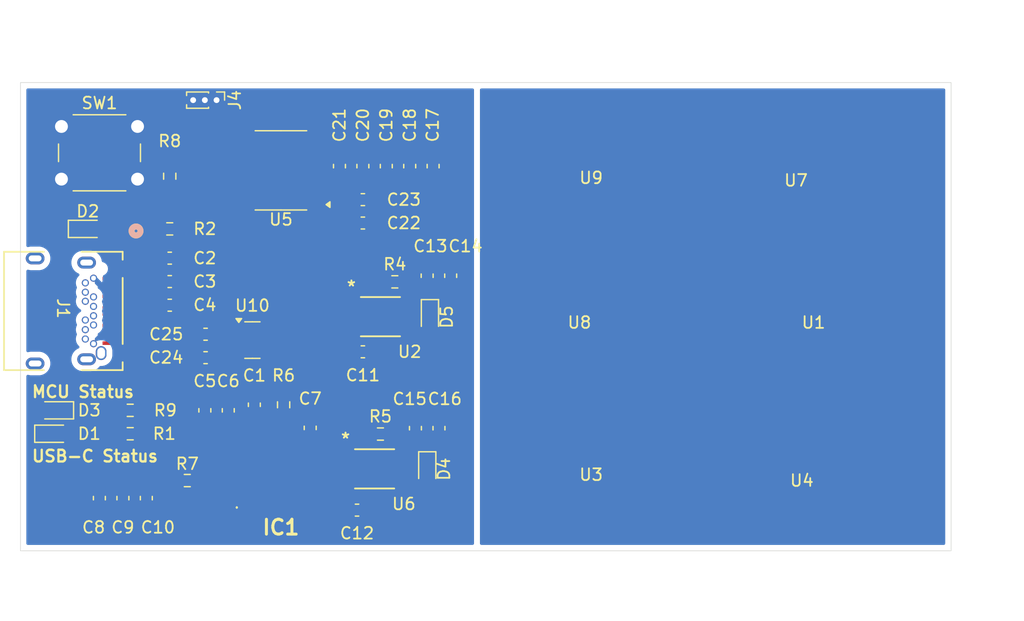
<source format=kicad_pcb>
(kicad_pcb (version 20241229) (generator "pcbnew") (generator_version "9.0")
  (layers (0 "F.Cu" signal) (2 "B.Cu" signal) (13 "F.Paste" user) (15 "B.Paste" user) (5 "F.SilkS" user "F.Silkscreen") (7 "B.SilkS" user "B.Silkscreen") (1 "F.Mask" user) (3 "B.Mask" user) (25 "Edge.Cuts" user))
  (net 0 "")
  (net 2 "+5V")
  (net 5 "/USB_C_IC/PWR_EN")
  (net 8 "GND")
  (net 9 "+18V")
  (net 10 "Net-(IC1-LED)")
  (net 12 "Net-(IC1-VCC)")
  (net 13 "/USB_C_IC/CC1")
  (net 14 "Net-(IC1-IFB)")
  (net 16 "VBUS")
  (net 17 "Net-(IC1-OTP)")
  (net 19 "Net-(IC1-VOUT)")
  (net 20 "/USB_C_IC/CC2")
  (net 32 "/MCU/I2C_SDA")
  (net 33 "/MCU/I2C_SCL")
  (net 34 "/LEDs/LED_2")
  (net 35 "Net-(U1-Pad3)")
  (net 36 "/LEDs/LX_1")
  (net 38 "/LEDs/VSET_1")
  (net 39 "/LEDs/LED_1")
  (net 43 "VLED")
  (net 45 "Net-(U3-Pad3)")
  (net 47 "Net-(L2-Pad1)")
  (net 48 "/MCU/OSC_OUT")
  (net 49 "/MCU/UART_TX")
  (net 53 "/LEDs/Thermal_Pad")
  (net 54 "/USB_C_IC/data_-")
  (net 55 "/USB_C_IC/data_+")
  (net 56 "/MCU/NRST")
  (net 57 "/MCU/SWDIO")
  (net 58 "/MCU/STATUS_LED")
  (net 59 "/MCU/SWCLK")
  (net 60 "/MCU/UART_RX")
  (net 61 "+3V3")
  (net 62 "/MCU/OSC_IN")
  (net 63 "/LEDs/LX_2")
  (net 64 "/LEDs/VSET_2")
  (net 65 "Net-(L1-Pad1)")
  (net 66 "Net-(U7-Pad1)")
  (net 67 "Net-(U8-Pad1)")
  (net 68 "Net-(D1-A)")
  (net 69 "Net-(D2-A)")
  (net 70 "Net-(D3-K)")
  (footprint "Capacitor_SMD:C_0603_1608Metric_Pad1.08x0.95mm_HandSolder" (layer "F.Cu") (at 123 70.5 180)
    (property "Reference" "C23" (at -3.5 0 0) (layer "F.SilkS"))
    (property "Value" "*")
    (fp_line (start -0.146267 0.51) (end 0.146267 0.51) (stroke (width 0.12)) (layer "F.SilkS"))
    (fp_line (start -0.146267 -0.51) (end 0.146267 -0.51) (stroke (width 0.12)) (layer "F.SilkS"))
    (pad "1" smd roundrect (at -0.8625 0 180) (size 1.075 0.95) (layers "F.Cu" "F.Mask" "F.Paste") (net 8 "GND"))
    (pad "2" smd roundrect (at 0.8625 0 180) (size 1.075 0.95) (layers "F.Cu" "F.Mask" "F.Paste") (net 48 "/MCU/OSC_OUT"))
  )
  (footprint "Capacitor_SMD:C_0603_1608Metric_Pad1.08x0.95mm_HandSolder" (layer "F.Cu") (at 130.5 77 90)
    (property "Reference" "C14" (at 2.525021 1.27115 180) (layer "F.SilkS"))
    (property "Value" "1u")
    (fp_line (start -0.146267 -0.51) (end 0.146267 -0.51) (stroke (width 0.12)) (layer "F.SilkS"))
    (fp_line (start -0.146267 0.51) (end 0.146267 0.51) (stroke (width 0.12)) (layer "F.SilkS"))
    (pad "1" smd roundrect (at -0.8625 0 90) (size 1.075 0.95) (layers "F.Cu" "F.Mask" "F.Paste") (net 43 "VLED"))
    (pad "2" smd roundrect (at 0.8625 0 90) (size 1.075 0.95) (layers "F.Cu" "F.Mask" "F.Paste") (net 8 "GND"))
  )
  (footprint "USB-light-pro:CHIP_D0BJ440E_WFS" (layer "F.Cu") (at 138.5 68.64 -90)
    (property "Reference" "U9" (at 0 -4 0) (layer "F.SilkS"))
    (property "Value" "XHP50B-00-0000-0D0BJ440E")
    (pad "1" smd rect (at -2.14 0 270) (size 0.508 4.7752) (layers "F.Cu" "F.Mask" "F.Paste") (net 39 "/LEDs/LED_1"))
    (pad "2" smd rect (at 0 0 270) (size 2.7686 4.7752) (layers "F.Cu" "F.Mask" "F.Paste") (net 53 "/LEDs/Thermal_Pad"))
    (pad "3" smd rect (at 2.14 0 270) (size 0.508 4.7752) (layers "F.Cu" "F.Mask" "F.Paste") (net 67 "Net-(U8-Pad1)"))
  )
  (footprint "Capacitor_SMD:C_0603_1608Metric_Pad1.08x0.95mm_HandSolder" (layer "F.Cu") (at 122.5 97.025021)
    (property "Reference" "C12" (at 0 1.974979 0) (layer "F.SilkS"))
    (property "Value" "100n")
    (fp_line (start -0.146267 -0.51) (end 0.146267 -0.51) (stroke (width 0.12)) (layer "F.SilkS"))
    (fp_line (start -0.146267 0.51) (end 0.146267 0.51) (stroke (width 0.12)) (layer "F.SilkS"))
    (pad "1" smd roundrect (at -0.8625 0) (size 1.075 0.95) (layers "F.Cu" "F.Mask" "F.Paste") (net 64 "/LEDs/VSET_2"))
    (pad "2" smd roundrect (at 0.8625 0) (size 1.075 0.95) (layers "F.Cu" "F.Mask" "F.Paste") (net 8 "GND"))
  )
  (footprint "USB-light-pro:CHIP_D0BJ440E_WFS" (layer "F.Cu") (at 164.5 94.5 90)
    (property "Reference" "U4" (at 0 -4 0) (layer "F.SilkS"))
    (property "Value" "XHP50B-00-0000-0D0BJ440E")
    (pad "1" smd rect (at -2.14 0 90) (size 0.508 4.7752) (layers "F.Cu" "F.Mask" "F.Paste") (net 45 "Net-(U3-Pad3)"))
    (pad "2" smd rect (at 0 0 90) (size 2.7686 4.7752) (layers "F.Cu" "F.Mask" "F.Paste") (net 53 "/LEDs/Thermal_Pad"))
    (pad "3" smd rect (at 2.14 0 90) (size 0.508 4.7752) (layers "F.Cu" "F.Mask" "F.Paste") (net 47 "Net-(L2-Pad1)"))
  )
  (footprint "Resistor_SMD:R_0603_1608Metric_Pad0.98x0.95mm_HandSolder" (layer "F.Cu") (at 106.5 73)
    (property "Reference" "R2" (at 3 0 0) (layer "F.SilkS"))
    (property "Value" "100k")
    (fp_line (start -0.254724 -0.5225) (end 0.254724 -0.5225) (stroke (width 0.12)) (layer "F.SilkS"))
    (fp_line (start -0.254724 0.5225) (end 0.254724 0.5225) (stroke (width 0.12)) (layer "F.SilkS"))
    (pad "1" smd roundrect (at -0.9125 0) (size 0.975 0.95) (layers "F.Cu" "F.Mask" "F.Paste") (net 16 "VBUS"))
    (pad "2" smd roundrect (at 0.9125 0) (size 0.975 0.95) (layers "F.Cu" "F.Mask" "F.Paste") (net 69 "Net-(D2-A)"))
  )
  (footprint "USB-light-pro:CHIP_D0BJ440E_WFS" (layer "F.Cu") (at 157 81 90)
    (property "Reference" "U1" (at 0 4.5 0) (layer "F.SilkS"))
    (property "Value" "XHP50B-00-0000-0D0BJ440E")
    (pad "1" smd rect (at -2.14 0 90) (size 0.508 4.7752) (layers "F.Cu" "F.Mask" "F.Paste") (net 34 "/LEDs/LED_2"))
    (pad "2" smd rect (at 0 0 90) (size 2.7686 4.7752) (layers "F.Cu" "F.Mask" "F.Paste") (net 53 "/LEDs/Thermal_Pad"))
    (pad "3" smd rect (at 2.14 0 90) (size 0.508 4.7752) (layers "F.Cu" "F.Mask" "F.Paste") (net 35 "Net-(U1-Pad3)"))
  )
  (footprint "Resistor_SMD:R_0603_1608Metric_Pad0.98x0.95mm_HandSolder" (layer "F.Cu") (at 103.125 90.5)
    (property "Reference" "R1" (at 2.9125 0 0) (layer "F.SilkS"))
    (property "Value" "1k")
    (fp_line (start -0.254724 -0.5225) (end 0.254724 -0.5225) (stroke (width 0.12)) (layer "F.SilkS"))
    (fp_line (start -0.254724 0.5225) (end 0.254724 0.5225) (stroke (width 0.12)) (layer "F.SilkS"))
    (pad "1" smd roundrect (at -0.9125 0) (size 0.975 0.95) (layers "F.Cu" "F.Mask" "F.Paste") (net 68 "Net-(D1-A)"))
    (pad "2" smd roundrect (at 0.9125 0) (size 0.975 0.95) (layers "F.Cu" "F.Mask" "F.Paste") (net 10 "Net-(IC1-LED)"))
  )
  (footprint "Capacitor_SMD:C_0603_1608Metric_Pad1.08x0.95mm_HandSolder" (layer "F.Cu") (at 127 67.6375 90)
    (property "Reference" "C18" (at 3.5 0 90) (layer "F.SilkS"))
    (property "Value" "1u")
    (fp_line (start -0.146267 -0.51) (end 0.146267 -0.51) (stroke (width 0.12)) (layer "F.SilkS"))
    (fp_line (start -0.146267 0.51) (end 0.146267 0.51) (stroke (width 0.12)) (layer "F.SilkS"))
    (pad "1" smd roundrect (at -0.8625 0 90) (size 1.075 0.95) (layers "F.Cu" "F.Mask" "F.Paste") (net 61 "+3V3"))
    (pad "2" smd roundrect (at 0.8625 0 90) (size 1.075 0.95) (layers "F.Cu" "F.Mask" "F.Paste") (net 8 "GND"))
  )
  (footprint "Resistor_SMD:R_0603_1608Metric_Pad0.98x0.95mm_HandSolder" (layer "F.Cu") (at 103.125 88.5 180)
    (property "Reference" "R9" (at -3 0 0) (layer "F.SilkS"))
    (property "Value" "1k")
    (fp_line (start -0.254724 0.5225) (end 0.254724 0.5225) (stroke (width 0.12)) (layer "F.SilkS"))
    (fp_line (start -0.254724 -0.5225) (end 0.254724 -0.5225) (stroke (width 0.12)) (layer "F.SilkS"))
    (pad "1" smd roundrect (at -0.9125 0 180) (size 0.975 0.95) (layers "F.Cu" "F.Mask" "F.Paste") (net 8 "GND"))
    (pad "2" smd roundrect (at 0.9125 0 180) (size 0.975 0.95) (layers "F.Cu" "F.Mask" "F.Paste") (net 70 "Net-(D3-K)"))
  )
  (footprint "USB-light-pro:MSOP-8EP_DIO" (layer "F.Cu") (at 124 93.5)
    (property "Reference" "U6" (at 2.5 3 0) (layer "F.SilkS"))
    (property "Value" "AL8861MP-13")
    (fp_line (start -1.6764 1.6764) (end 1.6764 1.6764) (stroke (width 0.1524)) (layer "F.SilkS"))
    (fp_line (start 1.6764 -1.6764) (end -1.6764 -1.6764) (stroke (width 0.1524)) (layer "F.SilkS"))
    (fp_text user "*" (at -2.48285 -2.549779 0) (layer "F.SilkS"))
    (fp_text user "*" (at -2.48285 -2.549779 0) (layer "F.SilkS"))
    (pad "1" smd rect (at -2.22885 -0.974979) (size 1.3589 0.4318) (layers "F.Cu" "F.Mask" "F.Paste") (net 34 "/LEDs/LED_2"))
    (pad "2" smd rect (at -2.22885 -0.324993) (size 1.3589 0.4318) (layers "F.Cu" "F.Mask" "F.Paste") (net 8 "GND"))
    (pad "3" smd rect (at -2.22885 0.324993) (size 1.3589 0.4318) (layers "F.Cu" "F.Mask" "F.Paste") (net 8 "GND"))
    (pad "4" smd rect (at -2.22885 0.974979) (size 1.3589 0.4318) (layers "F.Cu" "F.Mask" "F.Paste") (net 64 "/LEDs/VSET_2"))
    (pad "5" smd rect (at 2.22885 0.974979) (size 1.3589 0.4318) (layers "F.Cu" "F.Mask" "F.Paste") (net 63 "/LEDs/LX_2"))
    (pad "6" smd rect (at 2.22885 0.324993) (size 1.3589 0.4318) (layers "F.Cu" "F.Mask" "F.Paste") (net 63 "/LEDs/LX_2"))
    (pad "7" smd rect (at 2.22885 -0.324993) (size 1.3589 0.4318) (layers "F.Cu" "F.Mask" "F.Paste"))
    (pad "8" smd rect (at 2.22885 -0.974979) (size 1.3589 0.4318) (layers "F.Cu" "F.Mask" "F.Paste") (net 43 "VLED"))
    (pad "EPAD" smd rect (at 0 0) (size 1.7018 2.0066) (layers "F.Cu" "F.Mask" "F.Paste"))
  )
  (footprint "Capacitor_SMD:C_0603_1608Metric_Pad1.08x0.95mm_HandSolder" (layer "F.Cu") (at 121 67.6375 90)
    (property "Reference" "C21" (at 3.5 0 90) (layer "F.SilkS"))
    (property "Value" "10n")
    (fp_line (start -0.146267 -0.51) (end 0.146267 -0.51) (stroke (width 0.12)) (layer "F.SilkS"))
    (fp_line (start -0.146267 0.51) (end 0.146267 0.51) (stroke (width 0.12)) (layer "F.SilkS"))
    (pad "1" smd roundrect (at -0.8625 0 90) (size 1.075 0.95) (layers "F.Cu" "F.Mask" "F.Paste") (net 61 "+3V3"))
    (pad "2" smd roundrect (at 0.8625 0 90) (size 1.075 0.95) (layers "F.Cu" "F.Mask" "F.Paste") (net 8 "GND"))
  )
  (footprint "Resistor_SMD:R_0603_1608Metric_Pad0.98x0.95mm_HandSolder" (layer "F.Cu") (at 116.22885 88.025021 90)
    (property "Reference" "R6" (at 2.5 0 180) (layer "F.SilkS"))
    (property "Value" "10k")
    (fp_line (start -0.254724 -0.5225) (end 0.254724 -0.5225) (stroke (width 0.12)) (layer "F.SilkS"))
    (fp_line (start -0.254724 0.5225) (end 0.254724 0.5225) (stroke (width 0.12)) (layer "F.SilkS"))
    (pad "1" smd roundrect (at -0.9125 0 90) (size 0.975 0.95) (layers "F.Cu" "F.Mask" "F.Paste") (net 17 "Net-(IC1-OTP)"))
    (pad "2" smd roundrect (at 0.9125 0 90) (size 0.975 0.95) (layers "F.Cu" "F.Mask" "F.Paste") (net 8 "GND"))
  )
  (footprint "Diode_SMD:D_0603_1608Metric" (layer "F.Cu") (at 128.5 93.525021 -90)
    (property "Reference" "D4" (at 0 -1.43 90) (layer "F.SilkS"))
    (property "Value" "D")
    (fp_line (start -1.485 0.735) (end 0.8 0.735) (stroke (width 0.12)) (layer "F.SilkS"))
    (fp_line (start -1.485 -0.735) (end -1.485 0.735) (stroke (width 0.12)) (layer "F.SilkS"))
    (fp_line (start 0.8 -0.735) (end -1.485 -0.735) (stroke (width 0.12)) (layer "F.SilkS"))
    (pad "1" smd roundrect (at -0.7875 0 270) (size 0.875 0.95) (layers "F.Cu" "F.Mask" "F.Paste") (net 43 "VLED"))
    (pad "2" smd roundrect (at 0.7875 0 270) (size 0.875 0.95) (layers "F.Cu" "F.Mask" "F.Paste") (net 63 "/LEDs/LX_2"))
  )
  (footprint "Capacitor_SMD:C_0603_1608Metric_Pad1.08x0.95mm_HandSolder" (layer "F.Cu") (at 128.49 77 90)
    (property "Reference" "C13" (at 2.525021 0.28115 180) (layer "F.SilkS"))
    (property "Value" "100n")
    (fp_line (start -0.146267 -0.51) (end 0.146267 -0.51) (stroke (width 0.12)) (layer "F.SilkS"))
    (fp_line (start -0.146267 0.51) (end 0.146267 0.51) (stroke (width 0.12)) (layer "F.SilkS"))
    (pad "1" smd roundrect (at -0.8625 0 90) (size 1.075 0.95) (layers "F.Cu" "F.Mask" "F.Paste") (net 43 "VLED"))
    (pad "2" smd roundrect (at 0.8625 0 90) (size 1.075 0.95) (layers "F.Cu" "F.Mask" "F.Paste") (net 8 "GND"))
  )
  (footprint "USB-light-pro:CHIP_D0BJ440E_WFS" (layer "F.Cu") (at 146 81 -90)
    (property "Reference" "U8" (at 0 4.5 0) (layer "F.SilkS"))
    (property "Value" "XHP50B-00-0000-0D0BJ440E")
    (pad "1" smd rect (at -2.14 0 270) (size 0.508 4.7752) (layers "F.Cu" "F.Mask" "F.Paste") (net 67 "Net-(U8-Pad1)"))
    (pad "2" smd rect (at 0 0 270) (size 2.7686 4.7752) (layers "F.Cu" "F.Mask" "F.Paste") (net 53 "/LEDs/Thermal_Pad"))
    (pad "3" smd rect (at 2.14 0 270) (size 0.508 4.7752) (layers "F.Cu" "F.Mask" "F.Paste") (net 66 "Net-(U7-Pad1)"))
  )
  (footprint "Capacitor_SMD:C_0603_1608Metric_Pad1.08x0.95mm_HandSolder" (layer "F.Cu") (at 109.5 88.5 90)
    (property "Reference" "C5" (at 2.5 0 180) (layer "F.SilkS"))
    (property "Value" "1u")
    (fp_line (start -0.146267 -0.51) (end 0.146267 -0.51) (stroke (width 0.12)) (layer "F.SilkS"))
    (fp_line (start -0.146267 0.51) (end 0.146267 0.51) (stroke (width 0.12)) (layer "F.SilkS"))
    (pad "1" smd roundrect (at -0.8625 0 90) (size 1.075 0.95) (layers "F.Cu" "F.Mask" "F.Paste") (net 2 "+5V"))
    (pad "2" smd roundrect (at 0.8625 0 90) (size 1.075 0.95) (layers "F.Cu" "F.Mask" "F.Paste") (net 8 "GND"))
  )
  (footprint "USB-light-pro:MSOP-8EP_DIO" (layer "F.Cu") (at 124.5 80.5)
    (property "Reference" "U2" (at 2.5 3 0) (layer "F.SilkS"))
    (property "Value" "AL8861MP-13")
    (fp_line (start -1.6764 1.6764) (end 1.6764 1.6764) (stroke (width 0.1524)) (layer "F.SilkS"))
    (fp_line (start 1.6764 -1.6764) (end -1.6764 -1.6764) (stroke (width 0.1524)) (layer "F.SilkS"))
    (fp_text user "*" (at -2.48285 -2.549779 0) (layer "F.SilkS"))
    (fp_text user "*" (at -2.48285 -2.549779 0) (layer "F.SilkS"))
    (pad "1" smd rect (at -2.22885 -0.974979) (size 1.3589 0.4318) (layers "F.Cu" "F.Mask" "F.Paste") (net 39 "/LEDs/LED_1"))
    (pad "2" smd rect (at -2.22885 -0.324993) (size 1.3589 0.4318) (layers "F.Cu" "F.Mask" "F.Paste") (net 8 "GND"))
    (pad "3" smd rect (at -2.22885 0.324993) (size 1.3589 0.4318) (layers "F.Cu" "F.Mask" "F.Paste") (net 8 "GND"))
    (pad "4" smd rect (at -2.22885 0.974979) (size 1.3589 0.4318) (layers "F.Cu" "F.Mask" "F.Paste") (net 38 "/LEDs/VSET_1"))
    (pad "5" smd rect (at 2.22885 0.974979) (size 1.3589 0.4318) (layers "F.Cu" "F.Mask" "F.Paste") (net 36 "/LEDs/LX_1"))
    (pad "6" smd rect (at 2.22885 0.324993) (size 1.3589 0.4318) (layers "F.Cu" "F.Mask" "F.Paste") (net 36 "/LEDs/LX_1"))
    (pad "7" smd rect (at 2.22885 -0.324993) (size 1.3589 0.4318) (layers "F.Cu" "F.Mask" "F.Paste"))
    (pad "8" smd rect (at 2.22885 -0.974979) (size 1.3589 0.4318) (layers "F.Cu" "F.Mask" "F.Paste") (net 43 "VLED"))
    (pad "EPAD" smd rect (at 0 0) (size 1.7018 2.0066) (layers "F.Cu" "F.Mask" "F.Paste"))
  )
  (footprint "Package_TO_SOT_SMD:SOT-23" (layer "F.Cu") (at 113.5625 82.5)
    (property "Reference" "U10" (at 0 -2.95 0) (layer "F.SilkS"))
    (property "Value" "AP2127N-3.3")
    (fp_line (start 0 -1.56) (end -0.65 -1.56) (stroke (width 0.12)) (layer "F.SilkS"))
    (fp_line (start 0 -1.56) (end 0.65 -1.56) (stroke (width 0.12)) (layer "F.SilkS"))
    (fp_line (start 0 1.56) (end -0.65 1.56) (stroke (width 0.12)) (layer "F.SilkS"))
    (fp_line (start 0 1.56) (end 0.65 1.56) (stroke (width 0.12)) (layer "F.SilkS"))
    (fp_poly (pts (xy -1.1625 -1.51) (xy -1.4025 -1.84) (xy -0.9225 -1.84) (xy -1.1625 -1.51)) (stroke (width 0.12)) (fill yes) (layer "F.SilkS"))
    (pad "1" smd roundrect (at -0.9375 -0.95) (size 1.475 0.6) (layers "F.Cu" "F.Mask" "F.Paste") (net 8 "GND"))
    (pad "2" smd roundrect (at -0.9375 0.95) (size 1.475 0.6) (layers "F.Cu" "F.Mask" "F.Paste") (net 61 "+3V3"))
    (pad "3" smd roundrect (at 0.9375 0) (size 1.475 0.6) (layers "F.Cu" "F.Mask" "F.Paste") (net 2 "+5V"))
  )
  (footprint "USB-light-pro:CHIP_D0BJ440E_WFS" (layer "F.Cu") (at 138.5 94 90)
    (property "Reference" "U3" (at 0 4 0) (layer "F.SilkS"))
    (property "Value" "XHP50B-00-0000-0D0BJ440E")
    (pad "1" smd rect (at -2.14 0 90) (size 0.508 4.7752) (layers "F.Cu" "F.Mask" "F.Paste") (net 35 "Net-(U1-Pad3)"))
    (pad "2" smd rect (at 0 0 90) (size 2.7686 4.7752) (layers "F.Cu" "F.Mask" "F.Paste") (net 53 "/LEDs/Thermal_Pad"))
    (pad "3" smd rect (at 2.14 0 90) (size 0.508 4.7752) (layers "F.Cu" "F.Mask" "F.Paste") (net 45 "Net-(U3-Pad3)"))
  )
  (footprint "Capacitor_SMD:C_0603_1608Metric_Pad1.08x0.95mm_HandSolder" (layer "F.Cu") (at 106.5 79.52)
    (property "Reference" "C4" (at 3 -0.02 0) (layer "F.SilkS"))
    (property "Value" "100n")
    (fp_line (start -0.146267 -0.51) (end 0.146267 -0.51) (stroke (width 0.12)) (layer "F.SilkS"))
    (fp_line (start -0.146267 0.51) (end 0.146267 0.51) (stroke (width 0.12)) (layer "F.SilkS"))
    (pad "1" smd roundrect (at -0.8625 0) (size 1.075 0.95) (layers "F.Cu" "F.Mask" "F.Paste") (net 16 "VBUS"))
    (pad "2" smd roundrect (at 0.8625 0) (size 1.075 0.95) (layers "F.Cu" "F.Mask" "F.Paste") (net 8 "GND"))
  )
  (footprint "LED_SMD:LED_0603_1608Metric_Pad1.05x0.95mm_HandSolder" (layer "F.Cu") (at 96.625 90.5)
    (property "Reference" "D1" (at 3 0 0) (layer "F.SilkS"))
    (property "Value" "LED")
    (fp_line (start -1.66 -0.735) (end -1.66 0.735) (stroke (width 0.12)) (layer "F.SilkS"))
    (fp_line (start -1.66 0.735) (end 0.8 0.735) (stroke (width 0.12)) (layer "F.SilkS"))
    (fp_line (start 0.8 -0.735) (end -1.66 -0.735) (stroke (width 0.12)) (layer "F.SilkS"))
    (pad "1" smd roundrect (at -0.875 0) (size 1.05 0.95) (layers "F.Cu" "F.Mask" "F.Paste") (net 8 "GND"))
    (pad "2" smd roundrect (at 0.875 0) (size 1.05 0.95) (layers "F.Cu" "F.Mask" "F.Paste") (net 68 "Net-(D1-A)"))
  )
  (footprint "Capacitor_SMD:C_0603_1608Metric_Pad1.08x0.95mm_HandSolder" (layer "F.Cu") (at 102.5 96 -90)
    (property "Reference" "C9" (at 2.5 0 180) (layer "F.SilkS"))
    (property "Value" "1u")
    (fp_line (start -0.146267 0.51) (end 0.146267 0.51) (stroke (width 0.12)) (layer "F.SilkS"))
    (fp_line (start -0.146267 -0.51) (end 0.146267 -0.51) (stroke (width 0.12)) (layer "F.SilkS"))
    (pad "1" smd roundrect (at -0.8625 0 270) (size 1.075 0.95) (layers "F.Cu" "F.Mask" "F.Paste") (net 43 "VLED"))
    (pad "2" smd roundrect (at 0.8625 0 270) (size 1.075 0.95) (layers "F.Cu" "F.Mask" "F.Paste") (net 8 "GND"))
  )
  (footprint "Button_Switch_THT:SW_PUSH_6mm" (layer "F.Cu") (at 97.25 64.25)
    (property "Reference" "SW1" (at 3.25 -2 0) (layer "F.SilkS"))
    (property "Value" "SW_Push")
    (fp_line (start -0.25 1.5) (end -0.25 3) (stroke (width 0.12)) (layer "F.SilkS"))
    (fp_line (start 1 5.5) (end 5.5 5.5) (stroke (width 0.12)) (layer "F.SilkS"))
    (fp_line (start 5.5 -1) (end 1 -1) (stroke (width 0.12)) (layer "F.SilkS"))
    (fp_line (start 6.75 3) (end 6.75 1.5) (stroke (width 0.12)) (layer "F.SilkS"))
    (pad "1" thru_hole circle (at 0 0 90) (size 2 2) (drill 1.1) (layers "*.Cu" "*.Mask") (net 8 "GND"))
    (pad "1" thru_hole circle (at 6.5 0 90) (size 2 2) (drill 1.1) (layers "*.Cu" "*.Mask") (net 8 "GND"))
    (pad "2" thru_hole circle (at 0 4.5 90) (size 2 2) (drill 1.1) (layers "*.Cu" "*.Mask") (net 56 "/MCU/NRST"))
    (pad "2" thru_hole circle (at 6.5 4.5 90) (size 2 2) (drill 1.1) (layers "*.Cu" "*.Mask") (net 56 "/MCU/NRST"))
  )
  (footprint "Resistor_SMD:R_0603_1608Metric_Pad0.98x0.95mm_HandSolder" (layer "F.Cu") (at 106.5 68.5 -90)
    (property "Reference" "R8" (at -3 0 180) (layer "F.SilkS"))
    (property "Value" "10k")
    (fp_line (start -0.254724 0.5225) (end 0.254724 0.5225) (stroke (width 0.12)) (layer "F.SilkS"))
    (fp_line (start -0.254724 -0.5225) (end 0.254724 -0.5225) (stroke (width 0.12)) (layer "F.SilkS"))
    (pad "1" smd roundrect (at -0.9125 0 270) (size 0.975 0.95) (layers "F.Cu" "F.Mask" "F.Paste") (net 61 "+3V3"))
    (pad "2" smd roundrect (at 0.9125 0 270) (size 0.975 0.95) (layers "F.Cu" "F.Mask" "F.Paste") (net 56 "/MCU/NRST"))
  )
  (footprint "USB-light-pro:CHIP_D0BJ440E_WFS" (layer "F.Cu") (at 164 68.86 -90)
    (property "Reference" "U7" (at 0 4 0) (layer "F.SilkS"))
    (property "Value" "XHP50B-00-0000-0D0BJ440E")
    (pad "1" smd rect (at -2.14 0 270) (size 0.508 4.7752) (layers "F.Cu" "F.Mask" "F.Paste") (net 66 "Net-(U7-Pad1)"))
    (pad "2" smd rect (at 0 0 270) (size 2.7686 4.7752) (layers "F.Cu" "F.Mask" "F.Paste") (net 53 "/LEDs/Thermal_Pad"))
    (pad "3" smd rect (at 2.14 0 270) (size 0.508 4.7752) (layers "F.Cu" "F.Mask" "F.Paste") (net 65 "Net-(L1-Pad1)"))
  )
  (footprint "Capacitor_SMD:C_0603_1608Metric_Pad1.08x0.95mm_HandSolder" (layer "F.Cu") (at 125 67.6375 90)
    (property "Reference" "C19" (at 3.5 0 90) (layer "F.SilkS"))
    (property "Value" "100n")
    (fp_line (start -0.146267 -0.51) (end 0.146267 -0.51) (stroke (width 0.12)) (layer "F.SilkS"))
    (fp_line (start -0.146267 0.51) (end 0.146267 0.51) (stroke (width 0.12)) (layer "F.SilkS"))
    (pad "1" smd roundrect (at -0.8625 0 90) (size 1.075 0.95) (layers "F.Cu" "F.Mask" "F.Paste") (net 61 "+3V3"))
    (pad "2" smd roundrect (at 0.8625 0 90) (size 1.075 0.95) (layers "F.Cu" "F.Mask" "F.Paste") (net 8 "GND"))
  )
  (footprint "Capacitor_SMD:C_0603_1608Metric_Pad1.08x0.95mm_HandSolder" (layer "F.Cu") (at 109.5625 82 180)
    (property "Reference" "C25" (at 3.3625 0 0) (layer "F.SilkS"))
    (property "Value" "100n")
    (fp_line (start -0.146267 0.51) (end 0.146267 0.51) (stroke (width 0.12)) (layer "F.SilkS"))
    (fp_line (start -0.146267 -0.51) (end 0.146267 -0.51) (stroke (width 0.12)) (layer "F.SilkS"))
    (pad "1" smd roundrect (at -0.8625 0 180) (size 1.075 0.95) (layers "F.Cu" "F.Mask" "F.Paste") (net 61 "+3V3"))
    (pad "2" smd roundrect (at 0.8625 0 180) (size 1.075 0.95) (layers "F.Cu" "F.Mask" "F.Paste") (net 8 "GND"))
  )
  (footprint "Package_SO:TSSOP-20_4.4x6.5mm_P0.65mm" (layer "F.Cu") (at 116 68 180)
    (property "Reference" "U5" (at 0 -4.2 0) (layer "F.SilkS"))
    (property "Value" "STM32C011F6Px")
    (fp_line (start 0 3.385) (end 2.2 3.385) (stroke (width 0.12)) (layer "F.SilkS"))
    (fp_line (start 0 3.385) (end -2.2 3.385) (stroke (width 0.12)) (layer "F.SilkS"))
    (fp_line (start 0 -3.385) (end 2.2 -3.385) (stroke (width 0.12)) (layer "F.SilkS"))
    (fp_line (start 0 -3.385) (end -2.2 -3.385) (stroke (width 0.12)) (layer "F.SilkS"))
    (fp_poly (pts (xy -3.86 -2.925) (xy -4.19 -3.165) (xy -4.19 -2.685) (xy -3.86 -2.925)) (stroke (width 0.12)) (fill yes) (layer "F.SilkS"))
    (pad "1" smd roundrect (at -2.8625 -2.925 180) (size 1.475 0.4) (layers "F.Cu" "F.Mask" "F.Paste") (net 32 "/MCU/I2C_SDA"))
    (pad "2" smd roundrect (at -2.8625 -2.275 180) (size 1.475 0.4) (layers "F.Cu" "F.Mask" "F.Paste") (net 62 "/MCU/OSC_IN"))
    (pad "3" smd roundrect (at -2.8625 -1.625 180) (size 1.475 0.4) (layers "F.Cu" "F.Mask" "F.Paste") (net 48 "/MCU/OSC_OUT"))
    (pad "4" smd roundrect (at -2.8625 -0.975 180) (size 1.475 0.4) (layers "F.Cu" "F.Mask" "F.Paste") (net 61 "+3V3"))
    (pad "5" smd roundrect (at -2.8625 -0.325 180) (size 1.475 0.4) (layers "F.Cu" "F.Mask" "F.Paste") (net 8 "GND"))
    (pad "6" smd roundrect (at -2.8625 0.325 180) (size 1.475 0.4) (layers "F.Cu" "F.Mask" "F.Paste") (net 56 "/MCU/NRST"))
    (pad "7" smd roundrect (at -2.8625 0.975 180) (size 1.475 0.4) (layers "F.Cu" "F.Mask" "F.Paste") (net 49 "/MCU/UART_TX"))
    (pad "8" smd roundrect (at -2.8625 1.625 180) (size 1.475 0.4) (layers "F.Cu" "F.Mask" "F.Paste") (net 60 "/MCU/UART_RX"))
    (pad "9" smd roundrect (at -2.8625 2.275 180) (size 1.475 0.4) (layers "F.Cu" "F.Mask" "F.Paste"))
    (pad "10" smd roundrect (at -2.8625 2.925 180) (size 1.475 0.4) (layers "F.Cu" "F.Mask" "F.Paste"))
    (pad "11" smd roundrect (at 2.8625 2.925 180) (size 1.475 0.4) (layers "F.Cu" "F.Mask" "F.Paste") (net 58 "/MCU/STATUS_LED"))
    (pad "12" smd roundrect (at 2.8625 2.275 180) (size 1.475 0.4) (layers "F.Cu" "F.Mask" "F.Paste"))
    (pad "13" smd roundrect (at 2.8625 1.625 180) (size 1.475 0.4) (layers "F.Cu" "F.Mask" "F.Paste"))
    (pad "14" smd roundrect (at 2.8625 0.975 180) (size 1.475 0.4) (layers "F.Cu" "F.Mask" "F.Paste"))
    (pad "15" smd roundrect (at 2.8625 0.325 180) (size 1.475 0.4) (layers "F.Cu" "F.Mask" "F.Paste"))
    (pad "16" smd roundrect (at 2.8625 -0.325 180) (size 1.475 0.4) (layers "F.Cu" "F.Mask" "F.Paste"))
    (pad "17" smd roundrect (at 2.8625 -0.975 180) (size 1.475 0.4) (layers "F.Cu" "F.Mask" "F.Paste"))
    (pad "18" smd roundrect (at 2.8625 -1.625 180) (size 1.475 0.4) (layers "F.Cu" "F.Mask" "F.Paste") (net 57 "/MCU/SWDIO"))
    (pad "19" smd roundrect (at 2.8625 -2.275 180) (size 1.475 0.4) (layers "F.Cu" "F.Mask" "F.Paste") (net 59 "/MCU/SWCLK"))
    (pad "20" smd roundrect (at 2.8625 -2.925 180) (size 1.475 0.4) (layers "F.Cu" "F.Mask" "F.Paste") (net 33 "/MCU/I2C_SCL"))
  )
  (footprint "Capacitor_SMD:C_0603_1608Metric_Pad1.08x0.95mm_HandSolder" (layer "F.Cu") (at 118.5 90 90)
    (property "Reference" "C7" (at 2.5 0 180) (layer "F.SilkS"))
    (property "Value" "100n")
    (fp_line (start -0.146267 -0.51) (end 0.146267 -0.51) (stroke (width 0.12)) (layer "F.SilkS"))
    (fp_line (start -0.146267 0.51) (end 0.146267 0.51) (stroke (width 0.12)) (layer "F.SilkS"))
    (pad "1" smd roundrect (at -0.8625 0 90) (size 1.075 0.95) (layers "F.Cu" "F.Mask" "F.Paste") (net 9 "+18V"))
    (pad "2" smd roundrect (at 0.8625 0 90) (size 1.075 0.95) (layers "F.Cu" "F.Mask" "F.Paste") (net 8 "GND"))
  )
  (footprint "Capacitor_SMD:C_0603_1608Metric_Pad1.08x0.95mm_HandSolder" (layer "F.Cu") (at 123 83.5)
    (property "Reference" "C11" (at 0 2 180) (layer "F.SilkS"))
    (property "Value" "100n")
    (fp_line (start -0.146267 -0.51) (end 0.146267 -0.51) (stroke (width 0.12)) (layer "F.SilkS"))
    (fp_line (start -0.146267 0.51) (end 0.146267 0.51) (stroke (width 0.12)) (layer "F.SilkS"))
    (pad "1" smd roundrect (at -0.8625 0) (size 1.075 0.95) (layers "F.Cu" "F.Mask" "F.Paste") (net 38 "/LEDs/VSET_1"))
    (pad "2" smd roundrect (at 0.8625 0) (size 1.075 0.95) (layers "F.Cu" "F.Mask" "F.Paste") (net 8 "GND"))
  )
  (footprint "Capacitor_SMD:C_0603_1608Metric_Pad1.08x0.95mm_HandSolder" (layer "F.Cu") (at 129 67.6375 90)
    (property "Reference" "C17" (at 3.5 -0.04 90) (layer "F.SilkS"))
    (property "Value" "1u")
    (fp_line (start -0.146267 -0.51) (end 0.146267 -0.51) (stroke (width 0.12)) (layer "F.SilkS"))
    (fp_line (start -0.146267 0.51) (end 0.146267 0.51) (stroke (width 0.12)) (layer "F.SilkS"))
    (pad "1" smd roundrect (at -0.8625 0 90) (size 1.075 0.95) (layers "F.Cu" "F.Mask" "F.Paste") (net 61 "+3V3"))
    (pad "2" smd roundrect (at 0.8625 0 90) (size 1.075 0.95) (layers "F.Cu" "F.Mask" "F.Paste") (net 8 "GND"))
  )
  (footprint "LED_SMD:LED_0603_1608Metric_Pad1.05x0.95mm_HandSolder" (layer "F.Cu") (at 96.625 88.5 180)
    (property "Reference" "D3" (at -3 0 0) (layer "F.SilkS"))
    (property "Value" "LED")
    (fp_line (start 0.8 -0.735) (end -1.66 -0.735) (stroke (width 0.12)) (layer "F.SilkS"))
    (fp_line (start -1.66 0.735) (end 0.8 0.735) (stroke (width 0.12)) (layer "F.SilkS"))
    (fp_line (start -1.66 -0.735) (end -1.66 0.735) (stroke (width 0.12)) (layer "F.SilkS"))
    (pad "1" smd roundrect (at -0.875 0 180) (size 1.05 0.95) (layers "F.Cu" "F.Mask" "F.Paste") (net 70 "Net-(D3-K)"))
    (pad "2" smd roundrect (at 0.875 0 180) (size 1.05 0.95) (layers "F.Cu" "F.Mask" "F.Paste") (net 58 "/MCU/STATUS_LED"))
  )
  (footprint "Resistor_SMD:R_0603_1608Metric_Pad0.98x0.95mm_HandSolder" (layer "F.Cu") (at 124.5 90.525021 180)
    (property "Reference" "R5" (at 0 1.5 0) (layer "F.SilkS"))
    (property "Value" "RS")
    (fp_line (start -0.254724 0.5225) (end 0.254724 0.5225) (stroke (width 0.12)) (layer "F.SilkS"))
    (fp_line (start -0.254724 -0.5225) (end 0.254724 -0.5225) (stroke (width 0.12)) (layer "F.SilkS"))
    (pad "1" smd roundrect (at -0.9125 0 180) (size 0.975 0.95) (layers "F.Cu" "F.Mask" "F.Paste") (net 43 "VLED"))
    (pad "2" smd roundrect (at 0.9125 0 180) (size 0.975 0.95) (layers "F.Cu" "F.Mask" "F.Paste") (net 34 "/LEDs/LED_2"))
  )
  (footprint "Capacitor_SMD:C_0603_1608Metric_Pad1.08x0.95mm_HandSolder" (layer "F.Cu") (at 100.49 96 -90)
    (property "Reference" "C8" (at 2.5 0.49 180) (layer "F.SilkS"))
    (property "Value" "10u")
    (fp_line (start -0.146267 0.51) (end 0.146267 0.51) (stroke (width 0.12)) (layer "F.SilkS"))
    (fp_line (start -0.146267 -0.51) (end 0.146267 -0.51) (stroke (width 0.12)) (layer "F.SilkS"))
    (pad "1" smd roundrect (at -0.8625 0 270) (size 1.075 0.95) (layers "F.Cu" "F.Mask" "F.Paste") (net 43 "VLED"))
    (pad "2" smd roundrect (at 0.8625 0 270) (size 1.075 0.95) (layers "F.Cu" "F.Mask" "F.Paste") (net 8 "GND"))
  )
  (footprint "Connector_PinHeader_1.00mm:PinHeader_1x03_P1.00mm_Vertical" (layer "F.Cu") (at 110.5 62 -90)
    (property "Reference" "J4" (at 0 -1.56 90) (layer "F.SilkS"))
    (property "Value" "Screw_Terminal_01x03")
    (fp_line (start -0.695 2.56) (end -0.394493 2.56) (stroke (width 0.12)) (layer "F.SilkS"))
    (fp_line (start 0.394493 2.56) (end 0.695 2.56) (stroke (width 0.12)) (layer "F.SilkS"))
    (fp_line (start -0.695 0.685) (end -0.695 2.56) (stroke (width 0.12)) (layer "F.SilkS"))
    (fp_line (start -0.695 0.685) (end -0.608276 0.685) (stroke (width 0.12)) (layer "F.SilkS"))
    (fp_line (start 0.608276 0.685) (end 0.695 0.685) (stroke (width 0.12)) (layer "F.SilkS"))
    (fp_line (start 0.695 0.685) (end 0.695 2.56) (stroke (width 0.12)) (layer "F.SilkS"))
    (fp_line (start -0.695 0) (end -0.695 -0.685) (stroke (width 0.12)) (layer "F.SilkS"))
    (fp_line (start -0.695 -0.685) (end 0 -0.685) (stroke (width 0.12)) (layer "F.SilkS"))
    (pad "1" thru_hole rect (at 0 0 270) (size 0.85 0.85) (drill 0.5) (layers "*.Cu" "*.Mask") (net 8 "GND"))
    (pad "2" thru_hole oval (at 0 1 270) (size 0.85 0.85) (drill 0.5) (layers "*.Cu" "*.Mask") (net 49 "/MCU/UART_TX"))
    (pad "3" thru_hole oval (at 0 2 270) (size 0.85 0.85) (drill 0.5) (layers "*.Cu" "*.Mask") (net 60 "/MCU/UART_RX"))
  )
  (footprint "Capacitor_SMD:C_0603_1608Metric_Pad1.08x0.95mm_HandSolder" (layer "F.Cu") (at 113.72885 88.025021 90)
    (property "Reference" "C1" (at 2.5 0 180) (layer "F.SilkS"))
    (property "Value" "100n")
    (fp_line (start -0.146267 -0.51) (end 0.146267 -0.51) (stroke (width 0.12)) (layer "F.SilkS"))
    (fp_line (start -0.146267 0.51) (end 0.146267 0.51) (stroke (width 0.12)) (layer "F.SilkS"))
    (pad "1" smd roundrect (at -0.8625 0 90) (size 1.075 0.95) (layers "F.Cu" "F.Mask" "F.Paste") (net 14 "Net-(IC1-IFB)"))
    (pad "2" smd roundrect (at 0.8625 0 90) (size 1.075 0.95) (layers "F.Cu" "F.Mask" "F.Paste") (net 8 "GND"))
  )
  (footprint "Capacitor_SMD:C_0603_1608Metric_Pad1.08x0.95mm_HandSolder" (layer "F.Cu") (at 111.5 88.5 90)
    (property "Reference" "C6" (at 2.5 0 180) (layer "F.SilkS"))
    (property "Value" "100n")
    (fp_line (start -0.146267 -0.51) (end 0.146267 -0.51) (stroke (width 0.12)) (layer "F.SilkS"))
    (fp_line (start -0.146267 0.51) (end 0.146267 0.51) (stroke (width 0.12)) (layer "F.SilkS"))
    (pad "1" smd roundrect (at -0.8625 0 90) (size 1.075 0.95) (layers "F.Cu" "F.Mask" "F.Paste") (net 2 "+5V"))
    (pad "2" smd roundrect (at 0.8625 0 90) (size 1.075 0.95) (layers "F.Cu" "F.Mask" "F.Paste") (net 8 "GND"))
  )
  (footprint "LED_SMD:LED_0603_1608Metric_Pad1.05x0.95mm_HandSolder" (layer "F.Cu") (at 99.5 73)
    (property "Reference" "D2" (at 0 -1.5 0) (layer "F.SilkS"))
    (property "Value" "LED")
    (fp_line (start -1.66 -0.735) (end -1.66 0.735) (stroke (width 0.12)) (layer "F.SilkS"))
    (fp_line (start -1.66 0.735) (end 0.8 0.735) (stroke (width 0.12)) (layer "F.SilkS"))
    (fp_line (start 0.8 -0.735) (end -1.66 -0.735) (stroke (width 0.12)) (layer "F.SilkS"))
    (pad "1" smd roundrect (at -0.875 0) (size 1.05 0.95) (layers "F.Cu" "F.Mask" "F.Paste") (net 8 "GND"))
    (pad "2" smd roundrect (at 0.875 0) (size 1.05 0.95) (layers "F.Cu" "F.Mask" "F.Paste") (net 69 "Net-(D2-A)"))
  )
  (footprint "Capacitor_SMD:C_0603_1608Metric_Pad1.08x0.95mm_HandSolder" (layer "F.Cu") (at 123 72.5 180)
    (property "Reference" "C22" (at -3.5 0 0) (layer "F.SilkS"))
    (property "Value" "*")
    (fp_line (start -0.146267 0.51) (end 0.146267 0.51) (stroke (width 0.12)) (layer "F.SilkS"))
    (fp_line (start -0.146267 -0.51) (end 0.146267 -0.51) (stroke (width 0.12)) (layer "F.SilkS"))
    (pad "1" smd roundrect (at -0.8625 0 180) (size 1.075 0.95) (layers "F.Cu" "F.Mask" "F.Paste") (net 8 "GND"))
    (pad "2" smd roundrect (at 0.8625 0 180) (size 1.075 0.95) (layers "F.Cu" "F.Mask" "F.Paste") (net 62 "/MCU/OSC_IN"))
  )
  (footprint "Diode_SMD:D_0603_1608Metric" (layer "F.Cu") (at 128.72885 80.525021 -90)
    (property "Reference" "D5" (at 0 -1.43 90) (layer "F.SilkS"))
    (property "Value" "D")
    (fp_line (start -1.485 0.735) (end 0.8 0.735) (stroke (width 0.12)) (layer "F.SilkS"))
    (fp_line (start -1.485 -0.735) (end -1.485 0.735) (stroke (width 0.12)) (layer "F.SilkS"))
    (fp_line (start 0.8 -0.735) (end -1.485 -0.735) (stroke (width 0.12)) (layer "F.SilkS"))
    (pad "1" smd roundrect (at -0.7875 0 270) (size 0.875 0.95) (layers "F.Cu" "F.Mask" "F.Paste") (net 43 "VLED"))
    (pad "2" smd roundrect (at 0.7875 0 270) (size 0.875 0.95) (layers "F.Cu" "F.Mask" "F.Paste") (net 36 "/LEDs/LX_1"))
  )
  (footprint "Capacitor_SMD:C_0603_1608Metric_Pad1.08x0.95mm_HandSolder" (layer "F.Cu") (at 127.49 90.025021 90)
    (property "Reference" "C15" (at 2.5 -0.49 0) (layer "F.SilkS"))
    (property "Value" "100n")
    (fp_line (start -0.146267 -0.51) (end 0.146267 -0.51) (stroke (width 0.12)) (layer "F.SilkS"))
    (fp_line (start -0.146267 0.51) (end 0.146267 0.51) (stroke (width 0.12)) (layer "F.SilkS"))
    (pad "1" smd roundrect (at -0.8625 0 90) (size 1.075 0.95) (layers "F.Cu" "F.Mask" "F.Paste") (net 43 "VLED"))
    (pad "2" smd roundrect (at 0.8625 0 90) (size 1.075 0.95) (layers "F.Cu" "F.Mask" "F.Paste") (net 8 "GND"))
  )
  (footprint "Resistor_SMD:R_0603_1608Metric_Pad0.98x0.95mm_HandSolder" (layer "F.Cu") (at 108 94.5)
    (property "Reference" "R7" (at 0 -1.43 0) (layer "F.SilkS"))
    (property "Value" "100")
    (fp_line (start -0.254724 -0.5225) (end 0.254724 -0.5225) (stroke (width 0.12)) (layer "F.SilkS"))
    (fp_line (start -0.254724 0.5225) (end 0.254724 0.5225) (stroke (width 0.12)) (layer "F.SilkS"))
    (pad "1" smd roundrect (at -0.9125 0) (size 0.975 0.95) (layers "F.Cu" "F.Mask" "F.Paste") (net 43 "VLED"))
    (pad "2" smd roundrect (at 0.9125 0) (size 0.975 0.95) (layers "F.Cu" "F.Mask" "F.Paste") (net 19 "Net-(IC1-VOUT)"))
  )
  (footprint "USB-light-pro:AP33772SDKZ13FA01" (layer "F.Cu") (at 113.47885 93.950021 90)
    (property "Reference" "IC1" (at -4.549979 2.52115 180) (layer "F.SilkS") (effects (font (size 1.27 1.27) (thickness 0.254))))
    (property "Value" "AP33772SDKZ-13-FA01" (hide yes))
    (fp_line (start -2.8 -1.25) (end -2.8 -1.25) (stroke (width 0.1)) (layer "F.SilkS"))
    (fp_line (start -2.9 -1.25) (end -2.9 -1.25) (stroke (width 0.1)) (layer "F.SilkS"))
    (fp_arc (start -2.8 -1.25) (mid -2.85 -1.2) (end -2.9 -1.25) (stroke (width 0.1)) (layer "F.SilkS"))
    (fp_arc (start -2.9 -1.25) (mid -2.85 -1.3) (end -2.8 -1.25) (stroke (width 0.1)) (layer "F.SilkS"))
    (pad "1" smd rect (at -1.925 -1.25 180) (size 0.3 0.75) (layers "F.Cu" "F.Mask" "F.Paste") (net 16 "VBUS"))
    (pad "2" smd rect (at -1.925 -0.75 180) (size 0.3 0.75) (layers "F.Cu" "F.Mask" "F.Paste"))
    (pad "3" smd rect (at -1.925 -0.25 180) (size 0.3 0.75) (layers "F.Cu" "F.Mask" "F.Paste") (net 8 "GND"))
    (pad "4" smd rect (at -1.925 0.25 180) (size 0.3 0.75) (layers "F.Cu" "F.Mask" "F.Paste") (net 32 "/MCU/I2C_SDA"))
    (pad "5" smd rect (at -1.925 0.75 180) (size 0.3 0.75) (layers "F.Cu" "F.Mask" "F.Paste") (net 33 "/MCU/I2C_SCL"))
    (pad "6" smd rect (at -1.925 1.25 180) (size 0.3 0.75) (layers "F.Cu" "F.Mask" "F.Paste"))
    (pad "7" smd rect (at -1.25 1.925 90) (size 0.3 0.75) (layers "F.Cu" "F.Mask" "F.Paste"))
    (pad "8" smd rect (at -0.75 1.925 90) (size 0.3 0.75) (layers "F.Cu" "F.Mask" "F.Paste") (net 10 "Net-(IC1-LED)"))
    (pad "9" smd rect (at -0.25 1.925 90) (size 0.3 0.75) (layers "F.Cu" "F.Mask" "F.Paste"))
    (pad "10" smd rect (at 0.25 1.925 90) (size 0.3 0.75) (layers "F.Cu" "F.Mask" "F.Paste"))
    (pad "11" smd rect (at 0.75 1.925 90) (size 0.3 0.75) (layers "F.Cu" "F.Mask" "F.Paste"))
    (pad "12" smd rect (at 1.25 1.925 90) (size 0.3 0.75) (layers "F.Cu" "F.Mask" "F.Paste") (net 9 "+18V"))
    (pad "13" smd rect (at 1.925 1.25 180) (size 0.3 0.75) (layers "F.Cu" "F.Mask" "F.Paste") (net 17 "Net-(IC1-OTP)"))
    (pad "14" smd rect (at 1.925 0.75 180) (size 0.3 0.75) (layers "F.Cu" "F.Mask" "F.Paste"))
    (pad "15" smd rect (at 1.925 0.25 180) (size 0.3 0.75) (layers "F.Cu" "F.Mask" "F.Paste") (net 14 "Net-(IC1-IFB)"))
    (pad "16" smd rect (at 1.925 -0.25 180) (size 0.3 0.75) (layers "F.Cu" "F.Mask" "F.Paste") (net 20 "/USB_C_IC/CC2"))
    (pad "17" smd rect (at 1.925 -0.75 180) (size 0.3 0.75) (layers "F.Cu" "F.Mask" "F.Paste") (net 13 "/USB_C_IC/CC1"))
    (pad "18" smd rect (at 1.925 -1.25 180) (size 0.3 0.75) (layers "F.Cu" "F.Mask" "F.Paste") (net 54 "/USB_C_IC/data_-"))
    (pad "19" smd rect (at 1.25 -1.925 90) (size 0.3 0.75) (layers "F.Cu" "F.Mask" "F.Paste") (net 55 "/USB_C_IC/data_+"))
    (pad "20" smd rect (at 0.75 -1.925 90) (size 0.3 0.75) (layers "F.Cu" "F.Mask" "F.Paste") (net 2 "+5V"))
    (pad "21" smd rect (at 0.25 -1.925 90) (size 0.3 0.75) (layers "F.Cu" "F.Mask" "F.Paste"))
    (pad "22" smd rect (at -0.25 -1.925 90) (size 0.3 0.75) (layers "F.Cu" "F.Mask" "F.Paste") (net 19 "Net-(IC1-VOUT)"))
    (pad "23" smd rect (at -0.75 -1.925 90) (size 0.3 0.75) (layers "F.Cu" "F.Mask" "F.Paste") (net 5 "/USB_C_IC/PWR_EN"))
    (pad "24" smd rect (at -1.25 -1.925 90) (size 0.3 0.75) (layers "F.Cu" "F.Mask" "F.Paste") (net 12 "Net-(IC1-VCC)"))
    (pad "25" smd rect (at 0 0 180) (size 2.7 2.7) (layers "F.Cu" "F.Mask" "F.Paste") (net 8 "GND"))
  )
  (footprint "Capacitor_SMD:C_0603_1608Metric_Pad1.08x0.95mm_HandSolder" (layer "F.Cu") (at 129.5 90.025021 90)
    (property "Reference" "C16" (at 2.5 0.5 180) (layer "F.SilkS"))
    (property "Value" "1u")
    (fp_line (start -0.146267 -0.51) (end 0.146267 -0.51) (stroke (width 0.12)) (layer "F.SilkS"))
    (fp_line (start -0.146267 0.51) (end 0.146267 0.51) (stroke (width 0.12)) (layer "F.SilkS"))
    (pad "1" smd roundrect (at -0.8625 0 90) (size 1.075 0.95) (layers "F.Cu" "F.Mask" "F.Paste") (net 43 "VLED"))
    (pad "2" smd roundrect (at 0.8625 0 90) (size 1.075 0.95) (layers "F.Cu" "F.Mask" "F.Paste") (net 8 "GND"))
  )
  (footprint "Capacitor_SMD:C_0603_1608Metric_Pad1.08x0.95mm_HandSolder" (layer "F.Cu") (at 123 67.6375 90)
    (property "Reference" "C20" (at 3.5 0 90) (layer "F.SilkS"))
    (property "Value" "100n")
    (fp_line (start -0.146267 -0.51) (end 0.146267 -0.51) (stroke (width 0.12)) (layer "F.SilkS"))
    (fp_line (start -0.146267 0.51) (end 0.146267 0.51) (stroke (width 0.12)) (layer "F.SilkS"))
    (pad "1" smd roundrect (at -0.8625 0 90) (size 1.075 0.95) (layers "F.Cu" "F.Mask" "F.Paste") (net 61 "+3V3"))
    (pad "2" smd roundrect (at 0.8625 0 90) (size 1.075 0.95) (layers "F.Cu" "F.Mask" "F.Paste") (net 8 "GND"))
  )
  (footprint "Capacitor_SMD:C_0603_1608Metric_Pad1.08x0.95mm_HandSolder" (layer "F.Cu") (at 106.5 77.5)
    (property "Reference" "C3" (at 3 0 0) (layer "F.SilkS"))
    (property "Value" "1u")
    (fp_line (start -0.146267 -0.51) (end 0.146267 -0.51) (stroke (width 0.12)) (layer "F.SilkS"))
    (fp_line (start -0.146267 0.51) (end 0.146267 0.51) (stroke (width 0.12)) (layer "F.SilkS"))
    (pad "1" smd roundrect (at -0.8625 0) (size 1.075 0.95) (layers "F.Cu" "F.Mask" "F.Paste") (net 16 "VBUS"))
    (pad "2" smd roundrect (at 0.8625 0) (size 1.075 0.95) (layers "F.Cu" "F.Mask" "F.Paste") (net 8 "GND"))
  )
  (footprint "Capacitor_SMD:C_0603_1608Metric_Pad1.08x0.95mm_HandSolder" (layer "F.Cu") (at 106.5 75.5)
    (property "Reference" "C2" (at 3 0 0) (layer "F.SilkS"))
    (property "Value" "10u")
    (fp_line (start -0.146267 -0.51) (end 0.146267 -0.51) (stroke (width 0.12)) (layer "F.SilkS"))
    (fp_line (start -0.146267 0.51) (end 0.146267 0.51) (stroke (width 0.12)) (layer "F.SilkS"))
    (pad "1" smd roundrect (at -0.8625 0) (size 1.075 0.95) (layers "F.Cu" "F.Mask" "F.Paste") (net 16 "VBUS"))
    (pad "2" smd roundrect (at 0.8625 0) (size 1.075 0.95) (layers "F.Cu" "F.Mask" "F.Paste") (net 8 "GND"))
  )
  (footprint "Capacitor_SMD:C_0603_1608Metric_Pad1.08x0.95mm_HandSolder" (layer "F.Cu") (at 109.5625 84 180)
    (property "Reference" "C24" (at 3.3625 0.01 0) (layer "F.SilkS"))
    (property "Value" "1u")
    (fp_line (start -0.146267 0.51) (end 0.146267 0.51) (stroke (width 0.12)) (layer "F.SilkS"))
    (fp_line (start -0.146267 -0.51) (end 0.146267 -0.51) (stroke (width 0.12)) (layer "F.SilkS"))
    (pad "1" smd roundrect (at -0.8625 0 180) (size 1.075 0.95) (layers "F.Cu" "F.Mask" "F.Paste") (net 61 "+3V3"))
    (pad "2" smd roundrect (at 0.8625 0 180) (size 1.075 0.95) (layers "F.Cu" "F.Mask" "F.Paste") (net 8 "GND"))
  )
  (footprint "Resistor_SMD:R_0603_1608Metric_Pad0.98x0.95mm_HandSolder" (layer "F.Cu") (at 125.72885 77.525021 180)
    (property "Reference" "R4" (at 0 1.5 180) (layer "F.SilkS"))
    (property "Value" "RS")
    (fp_line (start -0.254724 0.5225) (end 0.254724 0.5225) (stroke (width 0.12)) (layer "F.SilkS"))
    (fp_line (start -0.254724 -0.5225) (end 0.254724 -0.5225) (stroke (width 0.12)) (layer "F.SilkS"))
    (pad "1" smd roundrect (at -0.9125 0 180) (size 0.975 0.95) (layers "F.Cu" "F.Mask" "F.Paste") (net 43 "VLED"))
    (pad "2" smd roundrect (at 0.9125 0 180) (size 0.975 0.95) (layers "F.Cu" "F.Mask" "F.Paste") (net 39 "/LEDs/LED_1"))
  )
  (footprint "USB-light-pro:CONN24_4056-03-A_GCT" (layer "F.Cu") (at 101.205 77.259306 -90)
    (property "Reference" "J1" (at 2.54 3.81 270) (layer "F.SilkS"))
    (property "Value" "USB_C_Receptacle")
    (fp_line (start -2.303907 8.8616) (end 7.805293 8.8616) (stroke (width 0.1524)) (layer "F.SilkS"))
    (fp_line (start 7.805293 8.8616) (end 7.805293 5.45674) (stroke (width 0.1524)) (layer "F.SilkS"))
    (fp_line (start -2.303907 5.45674) (end -2.303907 8.8616) (stroke (width 0.1524)) (layer "F.SilkS"))
    (fp_line (start 7.805293 2.25126) (end 7.805293 -1.273) (stroke (width 0.1524)) (layer "F.SilkS"))
    (fp_line (start -2.303907 -1.273) (end -2.303907 2.25126) (stroke (width 0.1524)) (layer "F.SilkS"))
    (fp_line (start -1.628972 -1.273) (end -2.303907 -1.273) (stroke (width 0.1524)) (layer "F.SilkS"))
    (fp_line (start 5.571029 -1.273) (end -0.069643 -1.273) (stroke (width 0.1524)) (layer "F.SilkS"))
    (fp_line (start 7.805293 -1.273) (end 7.130358 -1.273) (stroke (width 0.1524)) (layer "F.SilkS"))
    (fp_circle (center -4.081907 -2.416) (end -3.700907 -2.416) (stroke (width 0.508)) (fill no) (layer "F.SilkS"))
    (fp_circle (center -4.081907 -2.416) (end -3.700907 -2.416) (stroke (width 0.508)) (fill no) (layer "B.SilkS"))
    (pad "" np_thru_hole circle (at -0.849307 0.565 270) (size 0.6604 0.6604) (drill 0.6604) (layers "*.Cu" "*.Mask"))
    (pad "25" thru_hole oval (at -1.379306 1.805) (size 1.6002 1.016) (drill oval 1.0922 0.508) (layers "*.Cu" "*.Mask"))
    (pad "26" thru_hole oval (at -1.739308 6.205) (size 1.6002 1.016) (drill oval 1.0922 0.508) (layers "*.Cu" "*.Mask"))
    (pad "27" thru_hole oval (at 6.880692 1.805) (size 1.6002 1.016) (drill oval 1.0922 0.508) (layers "*.Cu" "*.Mask"))
    (pad "28" thru_hole oval (at 7.240694 6.205) (size 1.6002 1.016) (drill oval 1.0922 0.508) (layers "*.Cu" "*.Mask"))
    (pad "29" thru_hole oval (at 6.350693 0.565 270) (size 1.1938 0.9144) (drill oval 0.9398 0.6604) (layers "*.Cu" "*.Mask"))
    (pad "A1" smd rect (at 0 0 270) (size 0.3048 0.889) (layers "F.Cu" "F.Mask" "F.Paste") (net 8 "GND"))
    (pad "A2" smd rect (at 0.500126 0 270) (size 0.3048 0.889) (layers "F.Cu" "F.Mask" "F.Paste"))
    (pad "A3" smd rect (at 1.000252 0 270) (size 0.3048 0.889) (layers "F.Cu" "F.Mask" "F.Paste"))
    (pad "A4" smd rect (at 1.500378 0 270) (size 0.3048 0.889) (layers "F.Cu" "F.Mask" "F.Paste") (net 16 "VBUS"))
    (pad "A5" smd rect (at 2.000504 0 270) (size 0.3048 0.889) (layers "F.Cu" "F.Mask" "F.Paste") (net 13 "/USB_C_IC/CC1"))
    (pad "A6" smd rect (at 2.50063 0 270) (size 0.3048 0.889) (layers "F.Cu" "F.Mask" "F.Paste") (net 55 "/USB_C_IC/data_+"))
    (pad "A7" smd rect (at 3.000756 0 270) (size 0.3048 0.889) (layers "F.Cu" "F.Mask" "F.Paste") (net 54 "/USB_C_IC/data_-"))
    (pad "A8" smd rect (at 3.500882 0 270) (size 0.3048 0.889) (layers "F.Cu" "F.Mask" "F.Paste"))
    (pad "A9" smd rect (at 4.001008 0 270) (size 0.3048 0.889) (layers "F.Cu" "F.Mask" "F.Paste") (net 16 "VBUS"))
    (pad "A10" smd rect (at 4.501134 0 270) (size 0.3048 0.889) (layers "F.Cu" "F.Mask" "F.Paste"))
    (pad "A11" smd rect (at 5.00126 0 270) (size 0.3048 0.889) (layers "F.Cu" "F.Mask" "F.Paste"))
    (pad "A12" smd rect (at 5.501386 0 270) (size 0.3048 0.889) (layers "F.Cu" "F.Mask" "F.Paste") (net 8 "GND"))
    (pad "B1" thru_hole circle (at 5.550886 1.215 270) (size 0.6096 0.6096) (drill 0.4064) (layers "*.Cu" "*.Mask") (net 8 "GND"))
    (pad "B2" thru_hole circle (at 5.15076 1.915 270) (size 0.6096 0.6096) (drill 0.4064) (layers "*.Cu" "*.Mask"))
    (pad "B3" thru_hole circle (at 4.350634 1.915 270) (size 0.6096 0.6096) (drill 0.4064) (layers "*.Cu" "*.Mask"))
    (pad "B4" thru_hole circle (at 3.950508 1.215 270) (size 0.6096 0.6096) (drill 0.4064) (layers "*.Cu" "*.Mask") (net 16 "VBUS"))
    (pad "B5" thru_hole circle (at 3.525882 1.915 270) (size 0.6096 0.6096) (drill 0.4064) (layers "*.Cu" "*.Mask") (net 20 "/USB_C_IC/CC2"))
    (pad "B6" thru_hole circle (at 3.163256 1.215 270) (size 0.6096 0.6096) (drill 0.4064) (layers "*.Cu" "*.Mask") (net 55 "/USB_C_IC/data_+"))
    (pad "B7" thru_hole circle (at 2.36313 1.215 270) (size 0.6096 0.6096) (drill 0.4064) (layers "*.Cu" "*.Mask") (net 54 "/USB_C_IC/data_-"))
    (pad "B8" thru_hole circle (at 1.925504 1.915 270) (size 0.6096 0.6096) (drill 0.4064) (layers "*.Cu" "*.Mask"))
    (pad "B9" thru_hole circle (at 1.550878 1.215 270) (size 0.6096 0.6096) (drill 0.4064) (layers "*.Cu" "*.Mask") (net 16 "VBUS"))
    (pad "B10" thru_hole circle (at 1.150752 1.915 270) (size 0.6096 0.6096) (drill 0.4064) (layers "*.Cu" "*.Mask"))
    (pad "B11" thru_hole circle (at 0.350626 1.915 270) (size 0.6096 0.6096) (drill 0.4064) (layers "*.Cu" "*.Mask"))
    (pad "B12" thru_hole circle (at -0.0495 1.215 270) (size 0.6096 0.6096) (drill 0.4064) (layers "*.Cu" "*.Mask") (net 8 "GND"))
  )
  (footprint "Capacitor_SMD:C_0603_1608Metric_Pad1.08x0.95mm_HandSolder" (layer "F.Cu") (at 104.5 96 -90)
    (property "Reference" "C10" (at 2.5 -0.99 0) (layer "F.SilkS"))
    (property "Value" "100n")
    (fp_line (start -0.146267 0.51) (end 0.146267 0.51) (stroke (width 0.12)) (layer "F.SilkS"))
    (fp_line (start -0.146267 -0.51) (end 0.146267 -0.51) (stroke (width 0.12)) (layer "F.SilkS"))
    (pad "1" smd roundrect (at -0.8625 0 270) (size 1.075 0.95) (layers "F.Cu" "F.Mask" "F.Paste") (net 43 "VLED"))
    (pad "2" smd roundrect (at 0.8625 0 270) (size 1.075 0.95) (layers "F.Cu" "F.Mask" "F.Paste") (net 8 "GND"))
  )
  (gr_rect (start 93.75 60.5) (end 173.25 100.5) (stroke (width 0.05)) (fill no) (layer "Edge.Cuts"))
  (gr_text "USB-C Status\n" (at 94.625 93 0) (layer "F.SilkS") (effects (font (size 1 1) (thickness 0.2) (bold yes)) (justify left bottom)))
  (gr_text "MCU Status\n" (at 94.625 87.5 0) (layer "F.SilkS") (effects (font (size 1 1) (thickness 0.2) (bold yes)) (justify left bottom)))
  (zone (net 8) (net_name "GND") (layer "B.Cu") (connect_pads (clearance 0.5)) (min_thickness 0.25) (fill yes (thermal_gap 0.5) (thermal_bridge_width 0.5))
    (polygon (pts (xy 133 56.5) (xy 133 105) (xy 92 105.5) (xy 92 57)))
  )
  (zone (net 53) (net_name "/LEDs/Thermal_Pad") (layer "B.Cu") (priority 1) (connect_pads (clearance 0.5)) (min_thickness 0.25) (fill yes (thermal_gap 0.5) (thermal_bridge_width 0.5))
    (polygon (pts (xy 133 56.5) (xy 133 105) (xy 179.5 105.5) (xy 179 56.5)))
  )
)
</source>
